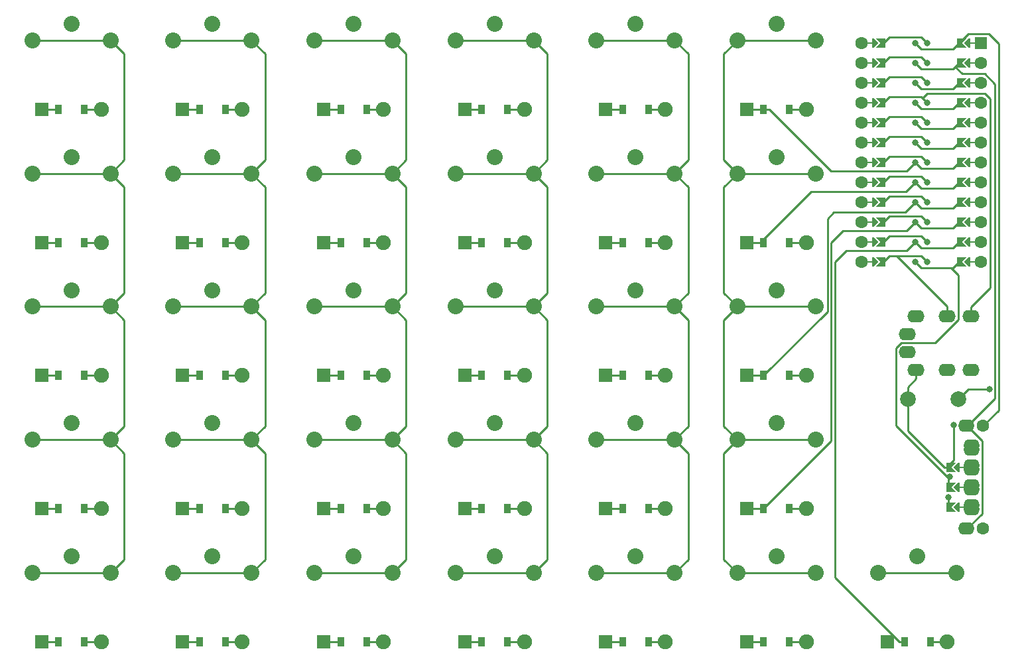
<source format=gbr>
%TF.GenerationSoftware,KiCad,Pcbnew,6.0.11-2627ca5db0~126~ubuntu22.04.1*%
%TF.CreationDate,2023-06-28T22:42:21-07:00*%
%TF.ProjectId,swirl,73776972-6c2e-46b6-9963-61645f706362,v1.0.0*%
%TF.SameCoordinates,Original*%
%TF.FileFunction,Copper,L2,Bot*%
%TF.FilePolarity,Positive*%
%FSLAX46Y46*%
G04 Gerber Fmt 4.6, Leading zero omitted, Abs format (unit mm)*
G04 Created by KiCad (PCBNEW 6.0.11-2627ca5db0~126~ubuntu22.04.1) date 2023-06-28 22:42:21*
%MOMM*%
%LPD*%
G01*
G04 APERTURE LIST*
G04 Aperture macros list*
%AMFreePoly0*
4,1,5,0.125000,-0.500000,-0.125000,-0.500000,-0.125000,0.500000,0.125000,0.500000,0.125000,-0.500000,0.125000,-0.500000,$1*%
%AMFreePoly1*
4,1,6,0.600000,0.200000,0.000000,-0.400000,-0.600000,0.200000,-0.600000,0.400000,0.600000,0.400000,0.600000,0.200000,0.600000,0.200000,$1*%
%AMFreePoly2*
4,1,6,0.600000,-0.250000,-0.600000,-0.250000,-0.600000,1.000000,0.000000,0.400000,0.600000,1.000000,0.600000,-0.250000,0.600000,-0.250000,$1*%
G04 Aperture macros list end*
%TA.AperFunction,ComponentPad*%
%ADD10C,2.000000*%
%TD*%
%TA.AperFunction,ComponentPad*%
%ADD11C,2.032000*%
%TD*%
%TA.AperFunction,SMDPad,CuDef*%
%ADD12R,0.900000X1.200000*%
%TD*%
%TA.AperFunction,ComponentPad*%
%ADD13R,1.778000X1.778000*%
%TD*%
%TA.AperFunction,ComponentPad*%
%ADD14C,1.905000*%
%TD*%
%TA.AperFunction,SMDPad,CuDef*%
%ADD15FreePoly0,270.000000*%
%TD*%
%TA.AperFunction,ComponentPad*%
%ADD16O,2.100000X1.600000*%
%TD*%
%TA.AperFunction,SMDPad,CuDef*%
%ADD17FreePoly1,270.000000*%
%TD*%
%TA.AperFunction,SMDPad,CuDef*%
%ADD18FreePoly2,270.000000*%
%TD*%
%TA.AperFunction,ComponentPad*%
%ADD19C,1.600000*%
%TD*%
%TA.AperFunction,ComponentPad*%
%ADD20O,2.200000X1.600000*%
%TD*%
%TA.AperFunction,SMDPad,CuDef*%
%ADD21FreePoly1,90.000000*%
%TD*%
%TA.AperFunction,SMDPad,CuDef*%
%ADD22FreePoly0,90.000000*%
%TD*%
%TA.AperFunction,ComponentPad*%
%ADD23R,1.600000X1.600000*%
%TD*%
%TA.AperFunction,SMDPad,CuDef*%
%ADD24FreePoly2,90.000000*%
%TD*%
%TA.AperFunction,ViaPad*%
%ADD25C,0.800000*%
%TD*%
%TA.AperFunction,Conductor*%
%ADD26C,0.250000*%
%TD*%
G04 APERTURE END LIST*
D10*
%TO.P,B1,1*%
%TO.N,GND*%
X106750000Y26000000D03*
%TO.P,B1,2*%
%TO.N,RST*%
X113250000Y26000000D03*
%TD*%
D11*
%TO.P,S25,1*%
%TO.N,SCLK*%
X67000000Y71800000D03*
X77000000Y71800000D03*
%TO.P,S25,2*%
%TO.N,index_num*%
X72000000Y73900000D03*
X72000000Y73900000D03*
%TD*%
D12*
%TO.P,D9,1*%
%TO.N,P5*%
X16350000Y46000000D03*
D13*
X14190000Y46000000D03*
D12*
%TO.P,D9,2*%
%TO.N,pinky_top*%
X19650000Y46000000D03*
D14*
X21810000Y46000000D03*
%TD*%
D11*
%TO.P,S8,1*%
%TO.N,P20*%
X23000000Y37800000D03*
X13000000Y37800000D03*
%TO.P,S8,2*%
%TO.N,pinky_home*%
X18000000Y39900000D03*
X18000000Y39900000D03*
%TD*%
D13*
%TO.P,D8,1*%
%TO.N,P6*%
X14190000Y29000000D03*
D12*
X16350000Y29000000D03*
D14*
%TO.P,D8,2*%
%TO.N,pinky_home*%
X21810000Y29000000D03*
D12*
X19650000Y29000000D03*
%TD*%
%TO.P,D1,1*%
%TO.N,P8*%
X-1650000Y-5000000D03*
D13*
X-3810000Y-5000000D03*
D12*
%TO.P,D1,2*%
%TO.N,outer_mod*%
X1650000Y-5000000D03*
D14*
X3810000Y-5000000D03*
%TD*%
D12*
%TO.P,D18,1*%
%TO.N,P6*%
X52350000Y29000000D03*
D13*
X50190000Y29000000D03*
D12*
%TO.P,D18,2*%
%TO.N,middle_home*%
X55650000Y29000000D03*
D14*
X57810000Y29000000D03*
%TD*%
D12*
%TO.P,D16,1*%
%TO.N,P8*%
X52350000Y-5000000D03*
D13*
X50190000Y-5000000D03*
D14*
%TO.P,D16,2*%
%TO.N,middle_mod*%
X57810000Y-5000000D03*
D12*
X55650000Y-5000000D03*
%TD*%
D11*
%TO.P,S30,1*%
%TO.N,MISO*%
X85000000Y71800000D03*
X95000000Y71800000D03*
%TO.P,S30,2*%
%TO.N,inner_num*%
X90000000Y73900000D03*
X90000000Y73900000D03*
%TD*%
D15*
%TO.P,EN1,*%
%TO.N,*%
X113508000Y17270000D03*
X113508000Y14730000D03*
D16*
X114875000Y14992000D03*
X114875000Y17532000D03*
X114875000Y20072000D03*
X114875000Y14468000D03*
D15*
X113508000Y12190000D03*
D16*
X114875000Y19548000D03*
D17*
X113000000Y12190000D03*
D16*
X114875000Y11928000D03*
D17*
X113000000Y14730000D03*
X113000000Y17270000D03*
D16*
X114875000Y12452000D03*
X114875000Y17008000D03*
D18*
%TO.P,EN1,A*%
%TO.N,SDA*%
X111984000Y12190000D03*
%TO.P,EN1,B*%
%TO.N,P9*%
X111984000Y14730000D03*
%TO.P,EN1,GND*%
%TO.N,GND*%
X111984000Y17270000D03*
D19*
%TO.P,EN1,S1*%
%TO.N,P1*%
X116350000Y9452000D03*
X116350000Y22548000D03*
D16*
%TO.P,EN1,S2*%
%TO.N,P0*%
X114250000Y9452000D03*
X114250000Y22548000D03*
%TD*%
D13*
%TO.P,D4,1*%
%TO.N,P5*%
X-3810000Y46000000D03*
D12*
X-1650000Y46000000D03*
D14*
%TO.P,D4,2*%
%TO.N,outer_top*%
X3810000Y46000000D03*
D12*
X1650000Y46000000D03*
%TD*%
D20*
%TO.P,TRRS1,1*%
%TO.N,GND*%
X106700000Y32000000D03*
X106700000Y34300000D03*
%TO.P,TRRS1,2*%
X107800000Y29700000D03*
X107800000Y36600000D03*
%TO.P,TRRS1,3*%
%TO.N,P10*%
X111800000Y36600000D03*
X111800000Y29700000D03*
%TO.P,TRRS1,4*%
%TO.N,VCC*%
X114800000Y36600000D03*
X114800000Y29700000D03*
%TD*%
D11*
%TO.P,S21,1*%
%TO.N,SCLK*%
X67000000Y3800000D03*
X77000000Y3800000D03*
%TO.P,S21,2*%
%TO.N,index_mod*%
X72000000Y5900000D03*
X72000000Y5900000D03*
%TD*%
D12*
%TO.P,D31,1*%
%TO.N,P8*%
X106350000Y-5000000D03*
D13*
X104190000Y-5000000D03*
D12*
%TO.P,D31,2*%
%TO.N,extraInner_mod*%
X109650000Y-5000000D03*
D14*
X111810000Y-5000000D03*
%TD*%
D11*
%TO.P,S22,1*%
%TO.N,SCLK*%
X77000000Y20800000D03*
X67000000Y20800000D03*
%TO.P,S22,2*%
%TO.N,index_bottom*%
X72000000Y22900000D03*
X72000000Y22900000D03*
%TD*%
D13*
%TO.P,D6,1*%
%TO.N,P8*%
X14190000Y-5000000D03*
D12*
X16350000Y-5000000D03*
D14*
%TO.P,D6,2*%
%TO.N,pinky_mod*%
X21810000Y-5000000D03*
D12*
X19650000Y-5000000D03*
%TD*%
D11*
%TO.P,S3,1*%
%TO.N,P21*%
X-5000000Y37800000D03*
X5000000Y37800000D03*
%TO.P,S3,2*%
%TO.N,outer_home*%
X0Y39900000D03*
X0Y39900000D03*
%TD*%
D13*
%TO.P,D29,1*%
%TO.N,P5*%
X86190000Y46000000D03*
D12*
X88350000Y46000000D03*
D14*
%TO.P,D29,2*%
%TO.N,inner_top*%
X93810000Y46000000D03*
D12*
X91650000Y46000000D03*
%TD*%
%TO.P,D23,1*%
%TO.N,P6*%
X70350000Y29000000D03*
D13*
X68190000Y29000000D03*
D12*
%TO.P,D23,2*%
%TO.N,index_home*%
X73650000Y29000000D03*
D14*
X75810000Y29000000D03*
%TD*%
D12*
%TO.P,D3,1*%
%TO.N,P6*%
X-1650000Y29000000D03*
D13*
X-3810000Y29000000D03*
D12*
%TO.P,D3,2*%
%TO.N,outer_home*%
X1650000Y29000000D03*
D14*
X3810000Y29000000D03*
%TD*%
D11*
%TO.P,S31,1*%
%TO.N,MOSI*%
X113000000Y3800000D03*
X103000000Y3800000D03*
%TO.P,S31,2*%
%TO.N,extraInner_mod*%
X108000000Y5900000D03*
X108000000Y5900000D03*
%TD*%
D12*
%TO.P,D15,1*%
%TO.N,P4*%
X34350000Y63000000D03*
D13*
X32190000Y63000000D03*
D14*
%TO.P,D15,2*%
%TO.N,ring_num*%
X39810000Y63000000D03*
D12*
X37650000Y63000000D03*
%TD*%
D11*
%TO.P,S6,1*%
%TO.N,P20*%
X13000000Y3800000D03*
X23000000Y3800000D03*
%TO.P,S6,2*%
%TO.N,pinky_mod*%
X18000000Y5900000D03*
X18000000Y5900000D03*
%TD*%
%TO.P,S14,1*%
%TO.N,P19*%
X41000000Y54800000D03*
X31000000Y54800000D03*
%TO.P,S14,2*%
%TO.N,ring_top*%
X36000000Y56900000D03*
X36000000Y56900000D03*
%TD*%
%TO.P,S4,1*%
%TO.N,P21*%
X5000000Y54800000D03*
X-5000000Y54800000D03*
%TO.P,S4,2*%
%TO.N,outer_top*%
X0Y56900000D03*
X0Y56900000D03*
%TD*%
D12*
%TO.P,D27,1*%
%TO.N,P7*%
X88350000Y12000000D03*
D13*
X86190000Y12000000D03*
D12*
%TO.P,D27,2*%
%TO.N,inner_bottom*%
X91650000Y12000000D03*
D14*
X93810000Y12000000D03*
%TD*%
D11*
%TO.P,S24,1*%
%TO.N,SCLK*%
X77000000Y54800000D03*
X67000000Y54800000D03*
%TO.P,S24,2*%
%TO.N,index_top*%
X72000000Y56900000D03*
X72000000Y56900000D03*
%TD*%
D13*
%TO.P,D24,1*%
%TO.N,P5*%
X68190000Y46000000D03*
D12*
X70350000Y46000000D03*
%TO.P,D24,2*%
%TO.N,index_top*%
X73650000Y46000000D03*
D14*
X75810000Y46000000D03*
%TD*%
D12*
%TO.P,D13,1*%
%TO.N,P6*%
X34350000Y29000000D03*
D13*
X32190000Y29000000D03*
D12*
%TO.P,D13,2*%
%TO.N,ring_home*%
X37650000Y29000000D03*
D14*
X39810000Y29000000D03*
%TD*%
D11*
%TO.P,S9,1*%
%TO.N,P20*%
X13000000Y54800000D03*
X23000000Y54800000D03*
%TO.P,S9,2*%
%TO.N,pinky_top*%
X18000000Y56900000D03*
X18000000Y56900000D03*
%TD*%
%TO.P,S1,1*%
%TO.N,P21*%
X5000000Y3800000D03*
X-5000000Y3800000D03*
%TO.P,S1,2*%
%TO.N,outer_mod*%
X0Y5900000D03*
X0Y5900000D03*
%TD*%
D13*
%TO.P,D2,1*%
%TO.N,P7*%
X-3810000Y12000000D03*
D12*
X-1650000Y12000000D03*
D14*
%TO.P,D2,2*%
%TO.N,outer_bottom*%
X3810000Y12000000D03*
D12*
X1650000Y12000000D03*
%TD*%
D11*
%TO.P,S5,1*%
%TO.N,P21*%
X5000000Y71800000D03*
X-5000000Y71800000D03*
%TO.P,S5,2*%
%TO.N,outer_num*%
X0Y73900000D03*
X0Y73900000D03*
%TD*%
D13*
%TO.P,D11,1*%
%TO.N,P8*%
X32190000Y-5000000D03*
D12*
X34350000Y-5000000D03*
D14*
%TO.P,D11,2*%
%TO.N,ring_mod*%
X39810000Y-5000000D03*
D12*
X37650000Y-5000000D03*
%TD*%
%TO.P,D30,1*%
%TO.N,P4*%
X88350000Y63000000D03*
D13*
X86190000Y63000000D03*
D12*
%TO.P,D30,2*%
%TO.N,inner_num*%
X91650000Y63000000D03*
D14*
X93810000Y63000000D03*
%TD*%
D11*
%TO.P,S20,1*%
%TO.N,P18*%
X49000000Y71800000D03*
X59000000Y71800000D03*
%TO.P,S20,2*%
%TO.N,middle_num*%
X54000000Y73900000D03*
X54000000Y73900000D03*
%TD*%
%TO.P,S19,1*%
%TO.N,P18*%
X49000000Y54800000D03*
X59000000Y54800000D03*
%TO.P,S19,2*%
%TO.N,middle_top*%
X54000000Y56900000D03*
X54000000Y56900000D03*
%TD*%
%TO.P,S23,1*%
%TO.N,SCLK*%
X77000000Y37800000D03*
X67000000Y37800000D03*
%TO.P,S23,2*%
%TO.N,index_home*%
X72000000Y39900000D03*
X72000000Y39900000D03*
%TD*%
D13*
%TO.P,D25,1*%
%TO.N,P4*%
X68190000Y63000000D03*
D12*
X70350000Y63000000D03*
%TO.P,D25,2*%
%TO.N,index_num*%
X73650000Y63000000D03*
D14*
X75810000Y63000000D03*
%TD*%
D12*
%TO.P,D28,1*%
%TO.N,P6*%
X88350000Y29000000D03*
D13*
X86190000Y29000000D03*
D14*
%TO.P,D28,2*%
%TO.N,inner_home*%
X93810000Y29000000D03*
D12*
X91650000Y29000000D03*
%TD*%
D11*
%TO.P,S26,1*%
%TO.N,MISO*%
X95000000Y3800000D03*
X85000000Y3800000D03*
%TO.P,S26,2*%
%TO.N,inner_mod*%
X90000000Y5900000D03*
X90000000Y5900000D03*
%TD*%
%TO.P,S18,1*%
%TO.N,P18*%
X49000000Y37800000D03*
X59000000Y37800000D03*
%TO.P,S18,2*%
%TO.N,middle_home*%
X54000000Y39900000D03*
X54000000Y39900000D03*
%TD*%
%TO.P,S28,1*%
%TO.N,MISO*%
X95000000Y37800000D03*
X85000000Y37800000D03*
%TO.P,S28,2*%
%TO.N,inner_home*%
X90000000Y39900000D03*
X90000000Y39900000D03*
%TD*%
%TO.P,S10,1*%
%TO.N,P20*%
X23000000Y71800000D03*
X13000000Y71800000D03*
%TO.P,S10,2*%
%TO.N,pinky_num*%
X18000000Y73900000D03*
X18000000Y73900000D03*
%TD*%
D13*
%TO.P,D20,1*%
%TO.N,P4*%
X50190000Y63000000D03*
D12*
X52350000Y63000000D03*
%TO.P,D20,2*%
%TO.N,middle_num*%
X55650000Y63000000D03*
D14*
X57810000Y63000000D03*
%TD*%
D11*
%TO.P,S27,1*%
%TO.N,MISO*%
X85000000Y20800000D03*
X95000000Y20800000D03*
%TO.P,S27,2*%
%TO.N,inner_bottom*%
X90000000Y22900000D03*
X90000000Y22900000D03*
%TD*%
D12*
%TO.P,D12,1*%
%TO.N,P7*%
X34350000Y12000000D03*
D13*
X32190000Y12000000D03*
D12*
%TO.P,D12,2*%
%TO.N,ring_bottom*%
X37650000Y12000000D03*
D14*
X39810000Y12000000D03*
%TD*%
D13*
%TO.P,D14,1*%
%TO.N,P5*%
X32190000Y46000000D03*
D12*
X34350000Y46000000D03*
%TO.P,D14,2*%
%TO.N,ring_top*%
X37650000Y46000000D03*
D14*
X39810000Y46000000D03*
%TD*%
D12*
%TO.P,D5,1*%
%TO.N,P4*%
X-1650000Y63000000D03*
D13*
X-3810000Y63000000D03*
D12*
%TO.P,D5,2*%
%TO.N,outer_num*%
X1650000Y63000000D03*
D14*
X3810000Y63000000D03*
%TD*%
D11*
%TO.P,S7,1*%
%TO.N,P20*%
X23000000Y20800000D03*
X13000000Y20800000D03*
%TO.P,S7,2*%
%TO.N,pinky_bottom*%
X18000000Y22900000D03*
X18000000Y22900000D03*
%TD*%
D12*
%TO.P,D22,1*%
%TO.N,P7*%
X70350000Y12000000D03*
D13*
X68190000Y12000000D03*
D12*
%TO.P,D22,2*%
%TO.N,index_bottom*%
X73650000Y12000000D03*
D14*
X75810000Y12000000D03*
%TD*%
D13*
%TO.P,D7,1*%
%TO.N,P7*%
X14190000Y12000000D03*
D12*
X16350000Y12000000D03*
D14*
%TO.P,D7,2*%
%TO.N,pinky_bottom*%
X21810000Y12000000D03*
D12*
X19650000Y12000000D03*
%TD*%
D13*
%TO.P,D26,1*%
%TO.N,P8*%
X86190000Y-5000000D03*
D12*
X88350000Y-5000000D03*
D14*
%TO.P,D26,2*%
%TO.N,inner_mod*%
X93810000Y-5000000D03*
D12*
X91650000Y-5000000D03*
%TD*%
%TO.P,D17,1*%
%TO.N,P7*%
X52350000Y12000000D03*
D13*
X50190000Y12000000D03*
D14*
%TO.P,D17,2*%
%TO.N,middle_bottom*%
X57810000Y12000000D03*
D12*
X55650000Y12000000D03*
%TD*%
%TO.P,D10,1*%
%TO.N,P4*%
X16350000Y63000000D03*
D13*
X14190000Y63000000D03*
D14*
%TO.P,D10,2*%
%TO.N,pinky_num*%
X21810000Y63000000D03*
D12*
X19650000Y63000000D03*
%TD*%
D21*
%TO.P,MCU1,*%
%TO.N,*%
X102658000Y46070000D03*
D22*
X102150000Y66390000D03*
D21*
X102658000Y48610000D03*
D17*
X114342000Y63850000D03*
D15*
X114850000Y46070000D03*
X114850000Y61310000D03*
D19*
X100880000Y53690000D03*
D15*
X114850000Y51150000D03*
D19*
X100880000Y66390000D03*
D17*
X114342000Y68930000D03*
X114342000Y61310000D03*
D21*
X102658000Y68930000D03*
X102658000Y58770000D03*
D22*
X102150000Y56230000D03*
D19*
X116120000Y43530000D03*
X116120000Y46070000D03*
X116120000Y56230000D03*
X116120000Y58770000D03*
D22*
X102150000Y43530000D03*
D17*
X114342000Y53690000D03*
D22*
X102150000Y63850000D03*
D15*
X114850000Y68930000D03*
D19*
X116120000Y63850000D03*
D21*
X102658000Y63850000D03*
D19*
X100880000Y63850000D03*
D15*
X114850000Y66390000D03*
D19*
X116120000Y51150000D03*
D21*
X102658000Y51150000D03*
D22*
X102150000Y61310000D03*
D21*
X102658000Y66390000D03*
D17*
X114342000Y48610000D03*
D19*
X100880000Y61310000D03*
D17*
X114342000Y46070000D03*
D19*
X116120000Y53690000D03*
D21*
X102658000Y71470000D03*
X102658000Y53690000D03*
D19*
X100880000Y71470000D03*
D15*
X114850000Y43530000D03*
D19*
X100880000Y43530000D03*
X116120000Y61310000D03*
X100880000Y48610000D03*
D17*
X114342000Y51150000D03*
D22*
X102150000Y46070000D03*
D15*
X114850000Y48610000D03*
X114850000Y71470000D03*
D22*
X102150000Y51150000D03*
D21*
X102658000Y61310000D03*
D22*
X102150000Y71470000D03*
D15*
X114850000Y63850000D03*
D22*
X102150000Y53690000D03*
D19*
X100880000Y56230000D03*
D23*
X116120000Y71470000D03*
D15*
X114850000Y56230000D03*
X114850000Y58770000D03*
D19*
X116120000Y68930000D03*
D15*
X114850000Y53690000D03*
D17*
X114342000Y71470000D03*
X114342000Y66390000D03*
D22*
X102150000Y58770000D03*
D17*
X114342000Y58770000D03*
X114342000Y43530000D03*
D19*
X116120000Y66390000D03*
X116120000Y71470000D03*
X100880000Y58770000D03*
X116120000Y48610000D03*
D17*
X114342000Y56230000D03*
D19*
X100880000Y51150000D03*
D21*
X102658000Y43530000D03*
D19*
X100880000Y68930000D03*
X100880000Y46070000D03*
D21*
X102658000Y56230000D03*
D22*
X102150000Y68930000D03*
X102150000Y48610000D03*
D24*
%TO.P,MCU1,1*%
%TO.N,RAW*%
X103674000Y71470000D03*
%TO.P,MCU1,2*%
%TO.N,GND*%
X103674000Y68930000D03*
%TO.P,MCU1,3*%
%TO.N,RST*%
X103674000Y66390000D03*
%TO.P,MCU1,4*%
%TO.N,VCC*%
X103674000Y63850000D03*
%TO.P,MCU1,5*%
%TO.N,P21*%
X103674000Y61310000D03*
%TO.P,MCU1,6*%
%TO.N,P20*%
X103674000Y58770000D03*
%TO.P,MCU1,7*%
%TO.N,P19*%
X103674000Y56230000D03*
%TO.P,MCU1,8*%
%TO.N,P18*%
X103674000Y53690000D03*
%TO.P,MCU1,9*%
%TO.N,SCLK*%
X103674000Y51150000D03*
%TO.P,MCU1,10*%
%TO.N,MISO*%
X103674000Y48610000D03*
%TO.P,MCU1,11*%
%TO.N,MOSI*%
X103674000Y46070000D03*
%TO.P,MCU1,12*%
%TO.N,P10*%
X103674000Y43530000D03*
D18*
%TO.P,MCU1,13*%
%TO.N,P9*%
X113326000Y43530000D03*
%TO.P,MCU1,14*%
%TO.N,P8*%
X113326000Y46070000D03*
%TO.P,MCU1,15*%
%TO.N,P7*%
X113326000Y48610000D03*
%TO.P,MCU1,16*%
%TO.N,P6*%
X113326000Y51150000D03*
%TO.P,MCU1,17*%
%TO.N,P5*%
X113326000Y53690000D03*
%TO.P,MCU1,18*%
%TO.N,P4*%
X113326000Y56230000D03*
%TO.P,MCU1,19*%
%TO.N,SCL*%
X113326000Y58770000D03*
%TO.P,MCU1,20*%
%TO.N,SDA*%
X113326000Y61310000D03*
%TO.P,MCU1,21*%
%TO.N,GND*%
X113326000Y63850000D03*
%TO.P,MCU1,22*%
X113326000Y66390000D03*
%TO.P,MCU1,23*%
%TO.N,P0*%
X113326000Y68930000D03*
%TO.P,MCU1,24*%
%TO.N,P1*%
X113326000Y71470000D03*
%TD*%
D12*
%TO.P,D21,1*%
%TO.N,P8*%
X70350000Y-5000000D03*
D13*
X68190000Y-5000000D03*
D12*
%TO.P,D21,2*%
%TO.N,index_mod*%
X73650000Y-5000000D03*
D14*
X75810000Y-5000000D03*
%TD*%
D11*
%TO.P,S12,1*%
%TO.N,P19*%
X41000000Y20800000D03*
X31000000Y20800000D03*
%TO.P,S12,2*%
%TO.N,ring_bottom*%
X36000000Y22900000D03*
X36000000Y22900000D03*
%TD*%
%TO.P,S29,1*%
%TO.N,MISO*%
X95000000Y54800000D03*
X85000000Y54800000D03*
%TO.P,S29,2*%
%TO.N,inner_top*%
X90000000Y56900000D03*
X90000000Y56900000D03*
%TD*%
%TO.P,S13,1*%
%TO.N,P19*%
X31000000Y37800000D03*
X41000000Y37800000D03*
%TO.P,S13,2*%
%TO.N,ring_home*%
X36000000Y39900000D03*
X36000000Y39900000D03*
%TD*%
%TO.P,S11,1*%
%TO.N,P19*%
X41000000Y3800000D03*
X31000000Y3800000D03*
%TO.P,S11,2*%
%TO.N,ring_mod*%
X36000000Y5900000D03*
X36000000Y5900000D03*
%TD*%
%TO.P,S2,1*%
%TO.N,P21*%
X5000000Y20800000D03*
X-5000000Y20800000D03*
%TO.P,S2,2*%
%TO.N,outer_bottom*%
X0Y22900000D03*
X0Y22900000D03*
%TD*%
%TO.P,S15,1*%
%TO.N,P19*%
X31000000Y71800000D03*
X41000000Y71800000D03*
%TO.P,S15,2*%
%TO.N,ring_num*%
X36000000Y73900000D03*
X36000000Y73900000D03*
%TD*%
D12*
%TO.P,D19,1*%
%TO.N,P5*%
X52350000Y46000000D03*
D13*
X50190000Y46000000D03*
D14*
%TO.P,D19,2*%
%TO.N,middle_top*%
X57810000Y46000000D03*
D12*
X55650000Y46000000D03*
%TD*%
D11*
%TO.P,S17,1*%
%TO.N,P18*%
X59000000Y20800000D03*
X49000000Y20800000D03*
%TO.P,S17,2*%
%TO.N,middle_bottom*%
X54000000Y22900000D03*
X54000000Y22900000D03*
%TD*%
%TO.P,S16,1*%
%TO.N,P18*%
X59000000Y3800000D03*
X49000000Y3800000D03*
%TO.P,S16,2*%
%TO.N,middle_mod*%
X54000000Y5900000D03*
X54000000Y5900000D03*
%TD*%
D25*
%TO.N,P21*%
X109262000Y61310000D03*
%TO.N,P20*%
X109262000Y58770000D03*
%TO.N,P19*%
X109262000Y56230000D03*
%TO.N,P18*%
X109262000Y53690000D03*
%TO.N,SCLK*%
X109262000Y51150000D03*
%TO.N,MISO*%
X109262000Y48610000D03*
%TO.N,MOSI*%
X109262000Y46070000D03*
%TO.N,P8*%
X107738000Y46070000D03*
%TO.N,P7*%
X107738000Y48610000D03*
%TO.N,P6*%
X107738000Y51150000D03*
%TO.N,P5*%
X107738000Y53690000D03*
%TO.N,P4*%
X107738000Y56230000D03*
%TO.N,P1*%
X107738000Y71470000D03*
%TO.N,P0*%
X107738000Y68930000D03*
%TO.N,SDA*%
X111981000Y13460000D03*
X107738000Y61310000D03*
%TO.N,SCL*%
X107738000Y58770000D03*
%TO.N,P9*%
X112072000Y16063700D03*
X107738000Y43530000D03*
%TO.N,RAW*%
X109262000Y71470000D03*
%TO.N,GND*%
X112588000Y22704700D03*
X107738000Y63850000D03*
X107738000Y66390000D03*
X109262000Y68930000D03*
%TO.N,RST*%
X109262000Y66390000D03*
X117170000Y27247500D03*
%TO.N,VCC*%
X109262000Y63850000D03*
%TO.N,P10*%
X109262000Y43530000D03*
%TD*%
D26*
%TO.N,P21*%
X-5000000Y37800000D02*
X5000000Y37800000D01*
X104440000Y62076000D02*
X103674000Y61310000D01*
X6725400Y53074600D02*
X6725400Y39525400D01*
X6725400Y5525400D02*
X5000000Y3800000D01*
X6725400Y19074600D02*
X6725400Y5525400D01*
X5000000Y71800000D02*
X6725400Y70074600D01*
X6725400Y22525400D02*
X5000000Y20800000D01*
X6725400Y56525400D02*
X5000000Y54800000D01*
X6725400Y70074600D02*
X6725400Y56525400D01*
X-5000000Y20800000D02*
X5000000Y20800000D01*
X5000000Y20800000D02*
X6725400Y19074600D01*
X-5000000Y71800000D02*
X5000000Y71800000D01*
X5000000Y37800000D02*
X6725400Y36074600D01*
X109262000Y61310000D02*
X108496000Y62076000D01*
X-5000000Y54800000D02*
X5000000Y54800000D01*
X-5000000Y3800000D02*
X5000000Y3800000D01*
X6725400Y36074600D02*
X6725400Y22525400D01*
X5000000Y54800000D02*
X6725400Y53074600D01*
X6725400Y39525400D02*
X5000000Y37800000D01*
X108496000Y62076000D02*
X104440000Y62076000D01*
%TO.N,outer_mod*%
X3810000Y-5000000D02*
X1650000Y-5000000D01*
%TO.N,outer_bottom*%
X3810000Y12000000D02*
X1650000Y12000000D01*
%TO.N,outer_home*%
X3810000Y29000000D02*
X1650000Y29000000D01*
%TO.N,outer_top*%
X3810000Y46000000D02*
X1650000Y46000000D01*
%TO.N,outer_num*%
X3810000Y63000000D02*
X1650000Y63000000D01*
%TO.N,P20*%
X24725400Y56525400D02*
X23000000Y54800000D01*
X24725400Y39525400D02*
X23000000Y37800000D01*
X23000000Y54800000D02*
X24725400Y53074600D01*
X13000000Y20800000D02*
X23000000Y20800000D01*
X24725400Y5525400D02*
X24725400Y19074600D01*
X23000000Y71800000D02*
X24725400Y70074600D01*
X104440000Y59536000D02*
X103674000Y58770000D01*
X13000000Y3800000D02*
X23000000Y3800000D01*
X24725400Y70074600D02*
X24725400Y56525400D01*
X23000000Y3800000D02*
X24725400Y5525400D01*
X109262000Y58770000D02*
X108496000Y59536000D01*
X108496000Y59536000D02*
X104440000Y59536000D01*
X13000000Y54800000D02*
X23000000Y54800000D01*
X24725400Y19074600D02*
X23000000Y20800000D01*
X23000000Y37800000D02*
X13000000Y37800000D01*
X23000000Y37800000D02*
X24725400Y36074600D01*
X24725400Y53074600D02*
X24725400Y39525400D01*
X13000000Y71800000D02*
X23000000Y71800000D01*
X24725400Y22525400D02*
X23000000Y20800000D01*
X24725400Y36074600D02*
X24725400Y22525400D01*
%TO.N,pinky_mod*%
X19650000Y-5000000D02*
X21810000Y-5000000D01*
%TO.N,pinky_bottom*%
X21810000Y12000000D02*
X19650000Y12000000D01*
%TO.N,pinky_home*%
X21810000Y29000000D02*
X19650000Y29000000D01*
%TO.N,pinky_top*%
X21810000Y46000000D02*
X19650000Y46000000D01*
%TO.N,pinky_num*%
X21810000Y63000000D02*
X19650000Y63000000D01*
%TO.N,P19*%
X41000000Y37800000D02*
X42725400Y36074600D01*
X42725400Y36074600D02*
X42725400Y22525400D01*
X31000000Y20800000D02*
X41000000Y20800000D01*
X42725400Y22525400D02*
X41000000Y20800000D01*
X41000000Y37800000D02*
X31000000Y37800000D01*
X42725400Y70074600D02*
X41000000Y71800000D01*
X31000000Y3800000D02*
X41000000Y3800000D01*
X109262000Y56230000D02*
X108496000Y56996000D01*
X42725400Y53074600D02*
X41000000Y54800000D01*
X41000000Y71800000D02*
X31000000Y71800000D01*
X31000000Y54800000D02*
X41000000Y54800000D01*
X104440000Y56996000D02*
X103674000Y56230000D01*
X42725400Y56525400D02*
X42725400Y70074600D01*
X108496000Y56996000D02*
X104440000Y56996000D01*
X42725400Y5525400D02*
X41000000Y3800000D01*
X41000000Y54800000D02*
X42725400Y56525400D01*
X42725400Y39525400D02*
X42725400Y53074600D01*
X41000000Y37800000D02*
X42725400Y39525400D01*
X41000000Y20800000D02*
X42725400Y19074600D01*
X42725400Y19074600D02*
X42725400Y5525400D01*
%TO.N,ring_mod*%
X37650000Y-5000000D02*
X39810000Y-5000000D01*
%TO.N,ring_bottom*%
X39810000Y12000000D02*
X37650000Y12000000D01*
%TO.N,ring_home*%
X39810000Y29000000D02*
X37650000Y29000000D01*
%TO.N,ring_top*%
X39810000Y46000000D02*
X37650000Y46000000D01*
%TO.N,ring_num*%
X39810000Y63000000D02*
X37650000Y63000000D01*
%TO.N,P18*%
X49000000Y37800000D02*
X59000000Y37800000D01*
X60725400Y22525400D02*
X59000000Y20800000D01*
X60725400Y53074600D02*
X59000000Y54800000D01*
X59000000Y37800000D02*
X60725400Y36074600D01*
X109262000Y53690000D02*
X108496000Y54456000D01*
X59000000Y20800000D02*
X60725400Y19074600D01*
X104440000Y54456000D02*
X103674000Y53690000D01*
X49000000Y3800000D02*
X59000000Y3800000D01*
X59000000Y71800000D02*
X49000000Y71800000D01*
X60725400Y70074600D02*
X59000000Y71800000D01*
X59000000Y37800000D02*
X60725400Y39525400D01*
X49000000Y54800000D02*
X59000000Y54800000D01*
X60725400Y39525400D02*
X60725400Y53074600D01*
X60725400Y19074600D02*
X60725400Y5525400D01*
X60725400Y56525400D02*
X60725400Y70074600D01*
X60725400Y36074600D02*
X60725400Y22525400D01*
X59000000Y54800000D02*
X60725400Y56525400D01*
X49000000Y20800000D02*
X59000000Y20800000D01*
X60725400Y5525400D02*
X59000000Y3800000D01*
X108496000Y54456000D02*
X104440000Y54456000D01*
%TO.N,middle_mod*%
X55650000Y-5000000D02*
X57810000Y-5000000D01*
%TO.N,middle_bottom*%
X57810000Y12000000D02*
X55650000Y12000000D01*
%TO.N,middle_home*%
X57810000Y29000000D02*
X55650000Y29000000D01*
%TO.N,middle_top*%
X57810000Y46000000D02*
X55650000Y46000000D01*
%TO.N,middle_num*%
X57810000Y63000000D02*
X55650000Y63000000D01*
%TO.N,SCLK*%
X109262000Y51150000D02*
X108496000Y51916000D01*
X77000000Y54800000D02*
X78725400Y56525400D01*
X78725400Y36074600D02*
X77000000Y37800000D01*
X77000000Y37800000D02*
X78725400Y39525400D01*
X77000000Y3800000D02*
X67000000Y3800000D01*
X77000000Y71800000D02*
X67000000Y71800000D01*
X78725400Y19074600D02*
X77000000Y20800000D01*
X78725400Y70074600D02*
X77000000Y71800000D01*
X78725400Y22525400D02*
X78725400Y36074600D01*
X77000000Y3800000D02*
X78725400Y5525400D01*
X78725400Y5525400D02*
X78725400Y19074600D01*
X78725400Y39525400D02*
X78725400Y53074600D01*
X78725400Y53074600D02*
X77000000Y54800000D01*
X77000000Y20800000D02*
X78725400Y22525400D01*
X104440000Y51916000D02*
X103674000Y51150000D01*
X108496000Y51916000D02*
X104440000Y51916000D01*
X77000000Y37800000D02*
X67000000Y37800000D01*
X77000000Y20800000D02*
X67000000Y20800000D01*
X77000000Y54800000D02*
X67000000Y54800000D01*
X78725400Y56525400D02*
X78725400Y70074600D01*
%TO.N,index_mod*%
X75810000Y-5000000D02*
X73650000Y-5000000D01*
%TO.N,index_bottom*%
X75810000Y12000000D02*
X73650000Y12000000D01*
%TO.N,index_home*%
X75810000Y29000000D02*
X73650000Y29000000D01*
%TO.N,index_top*%
X75810000Y46000000D02*
X73650000Y46000000D01*
%TO.N,index_num*%
X75810000Y63000000D02*
X73650000Y63000000D01*
%TO.N,MISO*%
X83274600Y5525400D02*
X85000000Y3800000D01*
X85000000Y71800000D02*
X83274600Y70074600D01*
X83274600Y53074600D02*
X83274600Y39525400D01*
X85000000Y37800000D02*
X95000000Y37800000D01*
X83274600Y19074600D02*
X83274600Y5525400D01*
X83274600Y36074600D02*
X83274600Y22525400D01*
X95000000Y71800000D02*
X85000000Y71800000D01*
X83274600Y70074600D02*
X83274600Y56525400D01*
X95000000Y54800000D02*
X85000000Y54800000D01*
X85000000Y37800000D02*
X83274600Y36074600D01*
X85000000Y54800000D02*
X83274600Y53074600D01*
X83274600Y39525400D02*
X85000000Y37800000D01*
X104440000Y49376000D02*
X103674000Y48610000D01*
X83274600Y22525400D02*
X85000000Y20800000D01*
X85000000Y20800000D02*
X95000000Y20800000D01*
X85000000Y20800000D02*
X83274600Y19074600D01*
X109262000Y48610000D02*
X108496000Y49376000D01*
X83274600Y56525400D02*
X85000000Y54800000D01*
X108496000Y49376000D02*
X104440000Y49376000D01*
X85000000Y3800000D02*
X95000000Y3800000D01*
%TO.N,inner_mod*%
X93810000Y-5000000D02*
X91650000Y-5000000D01*
%TO.N,inner_bottom*%
X93810000Y12000000D02*
X91650000Y12000000D01*
%TO.N,inner_home*%
X93810000Y29000000D02*
X91650000Y29000000D01*
%TO.N,inner_top*%
X93810000Y46000000D02*
X91650000Y46000000D01*
%TO.N,inner_num*%
X93810000Y63000000D02*
X91650000Y63000000D01*
%TO.N,MOSI*%
X103000000Y3800000D02*
X113000000Y3800000D01*
X108496000Y46836000D02*
X104440000Y46836000D01*
X104440000Y46836000D02*
X103674000Y46070000D01*
X109262000Y46070000D02*
X108496000Y46836000D01*
%TO.N,extraInner_mod*%
X111810000Y-5000000D02*
X109650000Y-5000000D01*
%TO.N,P8*%
X88350000Y-5000000D02*
X86190000Y-5000000D01*
X107732000Y46057800D02*
X108498000Y45291800D01*
X34350000Y-5000000D02*
X32190000Y-5000000D01*
X50190000Y-5000000D02*
X52350000Y-5000000D01*
X106350000Y-5000000D02*
X105650000Y-5000000D01*
X70350000Y-5000000D02*
X68190000Y-5000000D01*
X105650000Y-5000000D02*
X104920000Y-4270000D01*
X-3810000Y-5000000D02*
X-1650000Y-5000000D01*
X98895000Y44945500D02*
X106613000Y44945500D01*
X97449500Y3200500D02*
X97449500Y43500000D01*
X16350000Y-5000000D02*
X14190000Y-5000000D01*
X112554000Y45291800D02*
X113326000Y46063800D01*
X107732000Y46064000D02*
X107732000Y46057800D01*
X104920000Y-4270000D02*
X97449500Y3200500D01*
X108498000Y45291800D02*
X112554000Y45291800D01*
X97449500Y43500000D02*
X98895000Y44945500D01*
X106613000Y44945500D02*
X107738000Y46070000D01*
%TO.N,P7*%
X34350000Y12000000D02*
X32190000Y12000000D01*
X107732000Y48604000D02*
X107732000Y48597800D01*
X108498000Y47831800D02*
X112554000Y47831800D01*
X106613000Y47485500D02*
X107738000Y48610000D01*
X107732000Y48597800D02*
X108498000Y47831800D01*
X97000000Y46000000D02*
X98485500Y47485500D01*
X-3810000Y12000000D02*
X-1650000Y12000000D01*
X86190000Y12000000D02*
X88350000Y12000000D01*
X52350000Y12000000D02*
X50190000Y12000000D01*
X112554000Y47831800D02*
X113326000Y48603800D01*
X70350000Y12000000D02*
X68190000Y12000000D01*
X97000000Y20650000D02*
X97000000Y46000000D01*
X98485500Y47485500D02*
X106613000Y47485500D01*
X88350000Y12000000D02*
X97000000Y20650000D01*
X16350000Y12000000D02*
X14190000Y12000000D01*
%TO.N,P6*%
X96500000Y37150000D02*
X96500000Y49000000D01*
X108498000Y50371800D02*
X112554000Y50371800D01*
X107732000Y51144000D02*
X107738000Y51150000D01*
X107732000Y51137800D02*
X108498000Y50371800D01*
X88350000Y29000000D02*
X96500000Y37150000D01*
X-3810000Y29000000D02*
X-1650000Y29000000D01*
X86190000Y29000000D02*
X88350000Y29000000D01*
X106414000Y49825500D02*
X107732000Y51144000D01*
X32190000Y29000000D02*
X34350000Y29000000D01*
X14190000Y29000000D02*
X16350000Y29000000D01*
X112554000Y50371800D02*
X113326000Y51143800D01*
X107732000Y51144000D02*
X107732000Y51137800D01*
X97325500Y49825500D02*
X106414000Y49825500D01*
X50190000Y29000000D02*
X52350000Y29000000D01*
X68190000Y29000000D02*
X70350000Y29000000D01*
X96500000Y49000000D02*
X97325500Y49825500D01*
%TO.N,P5*%
X14190000Y46000000D02*
X16350000Y46000000D01*
X70350000Y46000000D02*
X68190000Y46000000D01*
X112554000Y52911800D02*
X113320000Y53677800D01*
X88350000Y46395700D02*
X94454300Y52500000D01*
X107732000Y53677800D02*
X108498000Y52911800D01*
X106548000Y52500000D02*
X107732000Y53684000D01*
X-3810000Y46000000D02*
X-1650000Y46000000D01*
X87954300Y46000000D02*
X88350000Y46395700D01*
X108498000Y52911800D02*
X112554000Y52911800D01*
X107732000Y53684000D02*
X107732000Y53677800D01*
X94454300Y52500000D02*
X106548000Y52500000D01*
X34350000Y46000000D02*
X32190000Y46000000D01*
X52350000Y46000000D02*
X50190000Y46000000D01*
X86190000Y46000000D02*
X87954300Y46000000D01*
X107732000Y53684000D02*
X107738000Y53690000D01*
%TO.N,P4*%
X107732000Y56217800D02*
X108498000Y55451800D01*
X106613000Y55105500D02*
X107738000Y56230000D01*
X50190000Y63000000D02*
X52350000Y63000000D01*
X107732000Y56224000D02*
X107732000Y56217800D01*
X89050000Y63000000D02*
X96944500Y55105500D01*
X-3810000Y63000000D02*
X-1650000Y63000000D01*
X14190000Y63000000D02*
X16350000Y63000000D01*
X88350000Y63000000D02*
X86190000Y63000000D01*
X88350000Y63000000D02*
X89050000Y63000000D01*
X32190000Y63000000D02*
X34350000Y63000000D01*
X112554000Y55451800D02*
X113326000Y56223800D01*
X68190000Y63000000D02*
X70350000Y63000000D01*
X96944500Y55105500D02*
X106613000Y55105500D01*
X108498000Y55451800D02*
X112554000Y55451800D01*
%TO.N,P1*%
X107732000Y71457800D02*
X108498000Y70691800D01*
X107732000Y71464000D02*
X107732000Y71457800D01*
X107738000Y71470000D02*
X107732000Y71464000D01*
X112554000Y70691800D02*
X113326000Y71463800D01*
X118352000Y71343000D02*
X117073000Y72622400D01*
X118352000Y24550300D02*
X118352000Y71343000D01*
X108498000Y70691800D02*
X112554000Y70691800D01*
X114482000Y72622400D02*
X113326000Y71466900D01*
X117073000Y72622400D02*
X114482000Y72622400D01*
X116350000Y22548000D02*
X118352000Y24550300D01*
%TO.N,P0*%
X107732000Y68917800D02*
X108498000Y68151800D01*
X116253000Y11354200D02*
X114351000Y9452000D01*
X114351000Y22548000D02*
X116253000Y20645800D01*
X116602000Y67524000D02*
X113738000Y67524000D01*
X107738000Y68930000D02*
X107732000Y68924000D01*
X108498000Y68151800D02*
X112554000Y68151800D01*
X113738000Y67524000D02*
X112832000Y68429900D01*
X114402000Y22548000D02*
X117900000Y26046900D01*
X107732000Y68924000D02*
X107732000Y68917800D01*
X116253000Y20645800D02*
X116253000Y11354200D01*
X117900000Y26046900D02*
X117900000Y66226100D01*
X112554000Y68151800D02*
X112832000Y68429900D01*
X117900000Y66226100D02*
X116602000Y67524000D01*
X112832000Y68429900D02*
X113326000Y68923800D01*
%TO.N,SDA*%
X111984000Y13456700D02*
X111981000Y13460000D01*
X108498000Y60531800D02*
X112554000Y60531800D01*
X112554000Y60531800D02*
X113326000Y61303800D01*
X107732000Y61304000D02*
X107732000Y61297800D01*
X111984000Y12190000D02*
X111984000Y13456700D01*
X107738000Y61310000D02*
X107732000Y61304000D01*
X107732000Y61297800D02*
X108498000Y60531800D01*
%TO.N,SCL*%
X107738000Y58770000D02*
X107732000Y58764000D01*
X107732000Y58757800D02*
X108498000Y57991800D01*
X108498000Y57991800D02*
X112554000Y57991800D01*
X112554000Y57991800D02*
X113326000Y58763800D01*
X107732000Y58764000D02*
X107732000Y58757800D01*
%TO.N,P9*%
X105897000Y33150000D02*
X105264000Y32516900D01*
X107732000Y43524000D02*
X107732000Y43517800D01*
X110252000Y33150000D02*
X105897000Y33150000D01*
X113237000Y36134500D02*
X110252000Y33150000D01*
X111984000Y14730000D02*
X111984000Y15975300D01*
X112290000Y42751800D02*
X113237000Y41804600D01*
X108498000Y42751800D02*
X112290000Y42751800D01*
X105264000Y22600000D02*
X111800000Y16063700D01*
X107732000Y43517800D02*
X108498000Y42751800D01*
X111800000Y16063700D02*
X112072000Y16063700D01*
X112290000Y42751800D02*
X112554000Y42751800D01*
X112554000Y42751800D02*
X113326000Y43523800D01*
X111984000Y15975300D02*
X112072000Y16063700D01*
X113237000Y41804600D02*
X113237000Y36134500D01*
X107738000Y43530000D02*
X107732000Y43524000D01*
X105264000Y32516900D02*
X105264000Y22600000D01*
%TO.N,RAW*%
X109262000Y71470000D02*
X108496000Y72236000D01*
X104440000Y72236000D02*
X103674000Y71470000D01*
X108496000Y72236000D02*
X104440000Y72236000D01*
%TO.N,GND*%
X111696000Y17270000D02*
X112588000Y18162000D01*
X109262000Y68930000D02*
X108496000Y69696000D01*
X112832000Y63349900D02*
X113320000Y63837800D01*
X106750000Y26000000D02*
X106750000Y21927100D01*
X107732000Y66384000D02*
X107732000Y66377800D01*
X111407000Y17270000D02*
X111696000Y17270000D01*
X106750000Y21927100D02*
X111407000Y17270000D01*
X112554000Y65611800D02*
X113326000Y66383800D01*
X107732000Y63844000D02*
X107732000Y63837800D01*
X112588000Y18162000D02*
X112588000Y22704700D01*
X107738000Y63850000D02*
X107732000Y63844000D01*
X112554000Y63071800D02*
X112593000Y63110800D01*
X112593000Y63110800D02*
X112832000Y63349900D01*
X107800000Y28573100D02*
X106750000Y27523100D01*
X107800000Y29700000D02*
X107800000Y28573100D01*
X108496000Y69696000D02*
X104440000Y69696000D01*
X107732000Y63837800D02*
X108498000Y63071800D01*
X108498000Y63071800D02*
X112554000Y63071800D01*
X107738000Y66390000D02*
X107732000Y66384000D01*
X107732000Y66377800D02*
X108498000Y65611800D01*
X108498000Y65611800D02*
X112554000Y65611800D01*
X111984000Y17270000D02*
X111696000Y17270000D01*
X104440000Y69696000D02*
X103674000Y68930000D01*
X106750000Y27523100D02*
X106750000Y26000000D01*
%TO.N,RST*%
X108496000Y67156000D02*
X104440000Y67156000D01*
X117170000Y27247500D02*
X114498000Y27247500D01*
X114498000Y27247500D02*
X113250000Y26000000D01*
X109262000Y66390000D02*
X108496000Y67156000D01*
X104440000Y67156000D02*
X103674000Y66390000D01*
%TO.N,VCC*%
X109262000Y63850000D02*
X108662000Y64450100D01*
X108662000Y64450100D02*
X108496000Y64616000D01*
X116602000Y64998800D02*
X109211000Y64998800D01*
X104440000Y64616000D02*
X103674000Y63850000D01*
X108496000Y64616000D02*
X104440000Y64616000D01*
X114800000Y36600000D02*
X114800000Y37726900D01*
X117304000Y64296500D02*
X116602000Y64998800D01*
X109211000Y64998800D02*
X108662000Y64450100D01*
X114800000Y37726900D02*
X117304000Y40230800D01*
X117304000Y40230800D02*
X117304000Y64296500D01*
%TO.N,P10*%
X105352000Y44296000D02*
X104440000Y44296000D01*
X111800000Y37848400D02*
X111800000Y36600000D01*
X108496000Y44296000D02*
X105352000Y44296000D01*
X109262000Y43530000D02*
X108496000Y44296000D01*
X105352000Y44296000D02*
X111800000Y37848400D01*
X104440000Y44296000D02*
X103674000Y43530000D01*
%TD*%
M02*

</source>
